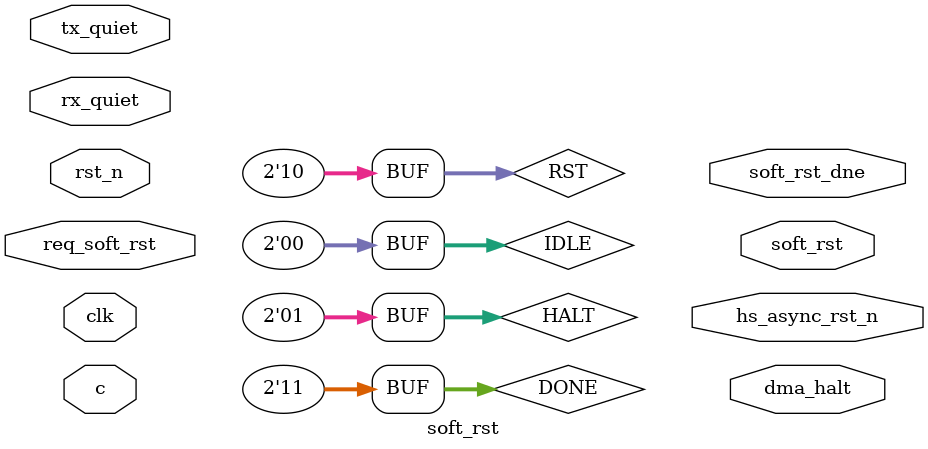
<source format=v>
module soft_rst
  (
   // System clock and reset
   input  clk,
   input  rst_n,
   
   // Interface to software land
   input  req_soft_rst,  // Soft reset request
   output soft_rst_dne,  // Soft reset done
   
   // Interface to other modules
   output dma_halt,      // Reset pending, halt activity
   input  tx_quiet,      // TX side is dormant
   input  rx_quiet,      // RX side is dormant
   input  c,
   output soft_rst,      // Soft (sync) reset to VC3 side
   output hs_async_rst_n // Async reset to host side
   );
   
   reg [1:0] state;
   
   reg [1:0] IDLE = 2'h0,
             HALT = 2'h1,
             RST  = 2'h2,
             DONE = 2'h3;
   
endmodule // soft_rst

</source>
